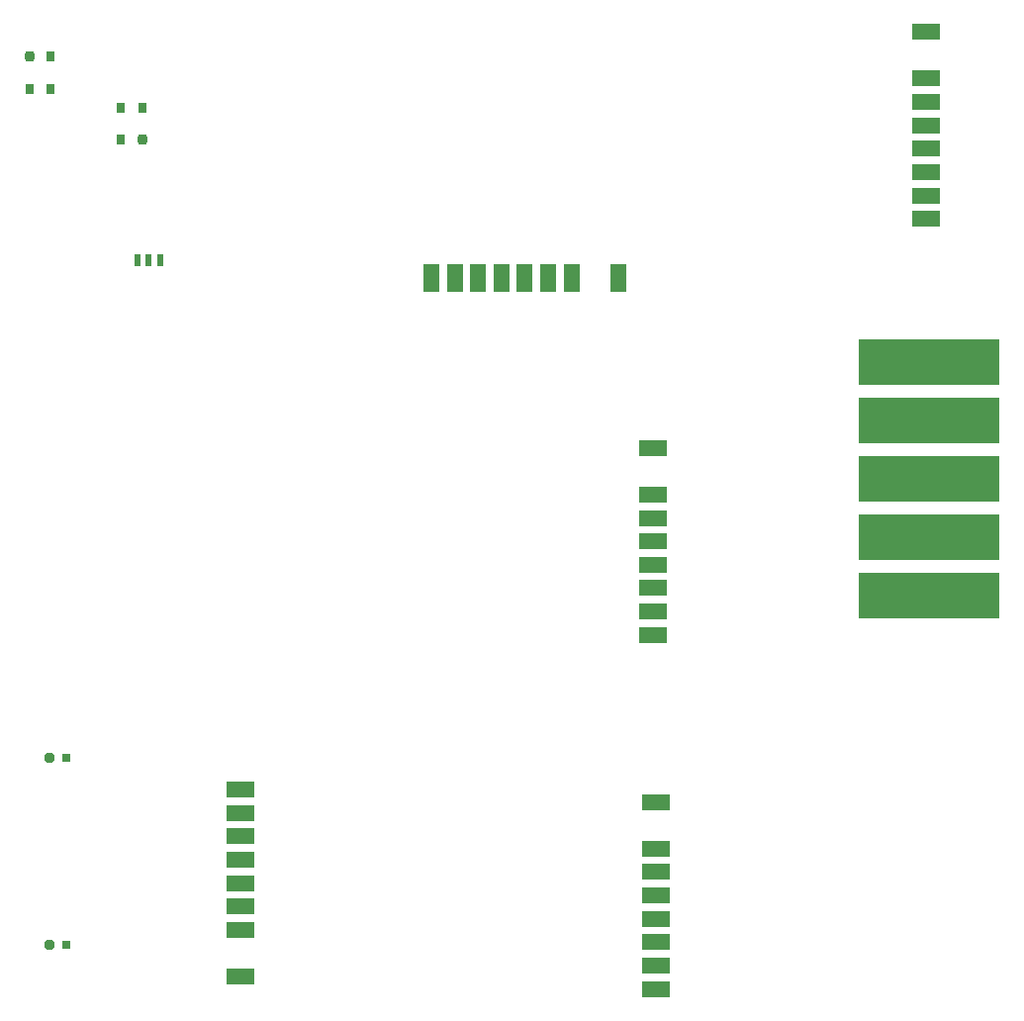
<source format=gbp>
G04*
G04 #@! TF.GenerationSoftware,Altium Limited,Altium Designer,20.1.8 (145)*
G04*
G04 Layer_Color=128*
%FSLAX25Y25*%
%MOIN*%
G70*
G04*
G04 #@! TF.SameCoordinates,B35A1E83-565F-458B-9861-D0C388072C63*
G04*
G04*
G04 #@! TF.FilePolarity,Positive*
G04*
G01*
G75*
%ADD17R,0.47244X0.15748*%
%ADD19R,0.03150X0.03150*%
G04:AMPARAMS|DCode=20|XSize=31.5mil|YSize=31.5mil|CornerRadius=7.87mil|HoleSize=0mil|Usage=FLASHONLY|Rotation=0.000|XOffset=0mil|YOffset=0mil|HoleType=Round|Shape=RoundedRectangle|*
%AMROUNDEDRECTD20*
21,1,0.03150,0.01575,0,0,0.0*
21,1,0.01575,0.03150,0,0,0.0*
1,1,0.01575,0.00787,-0.00787*
1,1,0.01575,-0.00787,-0.00787*
1,1,0.01575,-0.00787,0.00787*
1,1,0.01575,0.00787,0.00787*
%
%ADD20ROUNDEDRECTD20*%
%ADD21R,0.09567X0.05236*%
%ADD51R,0.05236X0.09567*%
%ADD53R,0.01968X0.03937*%
%ADD54R,0.03150X0.03347*%
G04:AMPARAMS|DCode=55|XSize=33.47mil|YSize=31.5mil|CornerRadius=7.87mil|HoleSize=0mil|Usage=FLASHONLY|Rotation=270.000|XOffset=0mil|YOffset=0mil|HoleType=Round|Shape=RoundedRectangle|*
%AMROUNDEDRECTD55*
21,1,0.03347,0.01575,0,0,270.0*
21,1,0.01772,0.03150,0,0,270.0*
1,1,0.01575,-0.00787,-0.00886*
1,1,0.01575,-0.00787,0.00886*
1,1,0.01575,0.00787,0.00886*
1,1,0.01575,0.00787,-0.00886*
%
%ADD55ROUNDEDRECTD55*%
D17*
X332004Y160339D02*
D03*
Y180024D02*
D03*
Y199709D02*
D03*
Y219394D02*
D03*
Y239079D02*
D03*
D19*
X41339Y105799D02*
D03*
X41339Y42807D02*
D03*
D20*
X35433Y105799D02*
D03*
X35433Y42807D02*
D03*
D21*
X99941Y47878D02*
D03*
Y55752D02*
D03*
Y71500D02*
D03*
Y79374D02*
D03*
Y87248D02*
D03*
Y95122D02*
D03*
Y32130D02*
D03*
Y63626D02*
D03*
X330709Y334646D02*
D03*
Y326772D02*
D03*
Y311024D02*
D03*
Y303150D02*
D03*
Y295276D02*
D03*
Y287402D02*
D03*
Y350394D02*
D03*
Y318898D02*
D03*
X239764Y75197D02*
D03*
Y67323D02*
D03*
Y51575D02*
D03*
Y43701D02*
D03*
Y35827D02*
D03*
Y27953D02*
D03*
Y90945D02*
D03*
Y59449D02*
D03*
X238976Y194496D02*
D03*
Y186622D02*
D03*
Y170874D02*
D03*
Y163000D02*
D03*
Y155126D02*
D03*
Y147252D02*
D03*
Y210244D02*
D03*
Y178748D02*
D03*
D51*
X211417Y267323D02*
D03*
X203543D02*
D03*
X187795D02*
D03*
X179921D02*
D03*
X172047D02*
D03*
X164173D02*
D03*
X227165D02*
D03*
X195669D02*
D03*
D53*
X65047Y273567D02*
D03*
X68984D02*
D03*
X72921D02*
D03*
D54*
X36000Y331260D02*
D03*
X28913D02*
D03*
X36000Y342087D02*
D03*
X59669Y324913D02*
D03*
X66756D02*
D03*
X59669Y314087D02*
D03*
D55*
X28913Y342087D02*
D03*
X66756Y314087D02*
D03*
M02*

</source>
